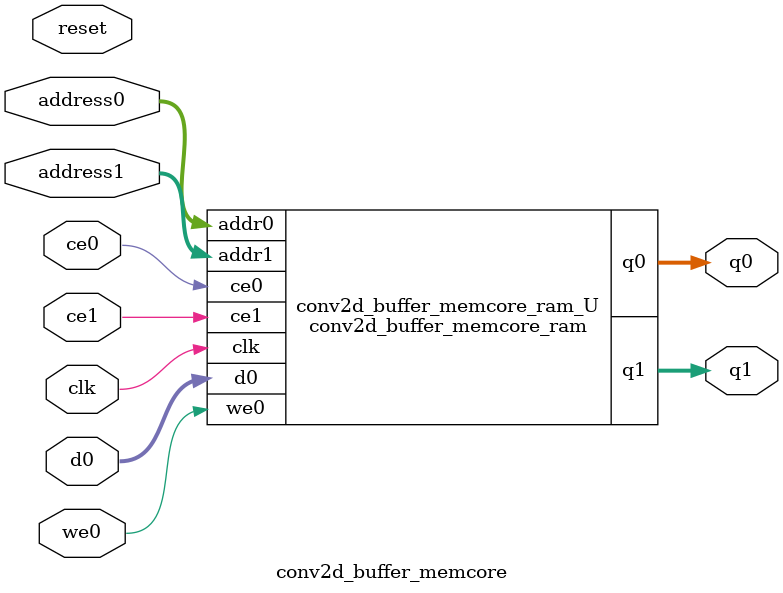
<source format=v>
`timescale 1 ns / 1 ps
module conv2d_buffer_memcore_ram (addr0, ce0, d0, we0, q0, addr1, ce1, q1,  clk);

parameter DWIDTH = 32;
parameter AWIDTH = 10;
parameter MEM_SIZE = 1024;

input[AWIDTH-1:0] addr0;
input ce0;
input[DWIDTH-1:0] d0;
input we0;
output reg[DWIDTH-1:0] q0;
input[AWIDTH-1:0] addr1;
input ce1;
output reg[DWIDTH-1:0] q1;
input clk;

(* ram_style = "block" *)reg [DWIDTH-1:0] ram[0:MEM_SIZE-1];




always @(posedge clk)  
begin 
    if (ce0) 
    begin
        if (we0) 
        begin 
            ram[addr0] <= d0; 
        end 
        q0 <= ram[addr0];
    end
end


always @(posedge clk)  
begin 
    if (ce1) 
    begin
        q1 <= ram[addr1];
    end
end


endmodule

`timescale 1 ns / 1 ps
module conv2d_buffer_memcore(
    reset,
    clk,
    address0,
    ce0,
    we0,
    d0,
    q0,
    address1,
    ce1,
    q1);

parameter DataWidth = 32'd32;
parameter AddressRange = 32'd1024;
parameter AddressWidth = 32'd10;
input reset;
input clk;
input[AddressWidth - 1:0] address0;
input ce0;
input we0;
input[DataWidth - 1:0] d0;
output[DataWidth - 1:0] q0;
input[AddressWidth - 1:0] address1;
input ce1;
output[DataWidth - 1:0] q1;



conv2d_buffer_memcore_ram conv2d_buffer_memcore_ram_U(
    .clk( clk ),
    .addr0( address0 ),
    .ce0( ce0 ),
    .we0( we0 ),
    .d0( d0 ),
    .q0( q0 ),
    .addr1( address1 ),
    .ce1( ce1 ),
    .q1( q1 ));

endmodule


</source>
